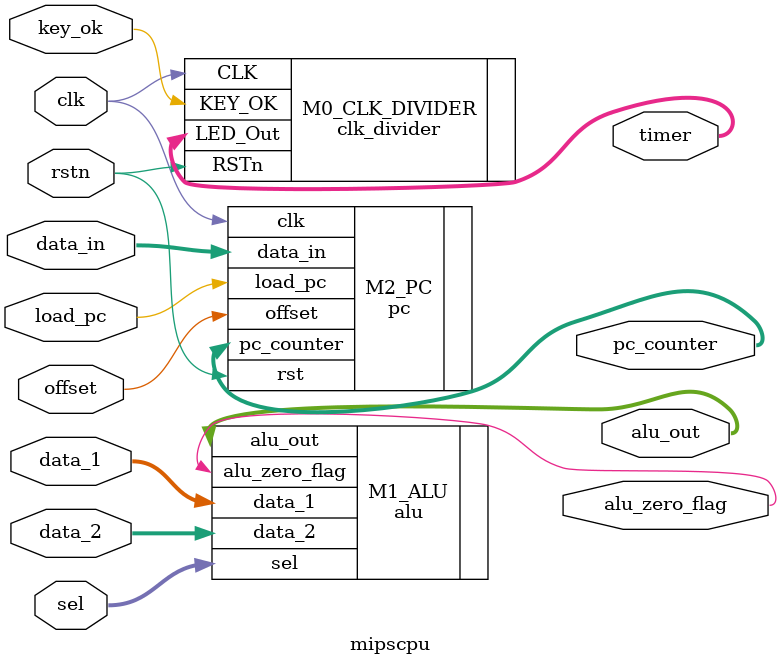
<source format=v>
`timescale 1ns / 1ps
module mipscpu(clk, rstn, key_ok, timer, alu_zero_flag, alu_out, data_1, data_2, sel, pc_counter, data_in, load_pc, offset);
	parameter word_size = 16;
	parameter op_size = 4;
	parameter mem_size = 8;
	parameter offset_size = 4;

	//clk_divider
	input clk;
	input rstn;
	input key_ok;
	output [3:0] timer;
	
	//alu 
	output 			alu_zero_flag;
	output 	[word_size-1: 0] 	alu_out;
	input 	[word_size-1: 0] 	data_1, data_2;
	input 	[op_size-1: 0] 	sel;
	
	//pc
	output [word_size-1: 0] pc_counter;
	input offset;
	input [word_size-1: 0] data_in;
	input load_pc;
	 
	clk_divider M0_CLK_DIVIDER ( .CLK(clk), .RSTn(rstn), .LED_Out(timer), .KEY_OK(key_ok) );
	alu M1_ALU ( .alu_zero_flag(alu_zero_flag), .alu_out(alu_out), .data_1(data_1), .data_2(data_2), .sel(sel) );
	pc M2_PC ( .pc_counter(pc_counter), .data_in(data_in), .load_pc(load_pc), .offset(offset), .clk(clk), .rst(rstn) );
endmodule

</source>
